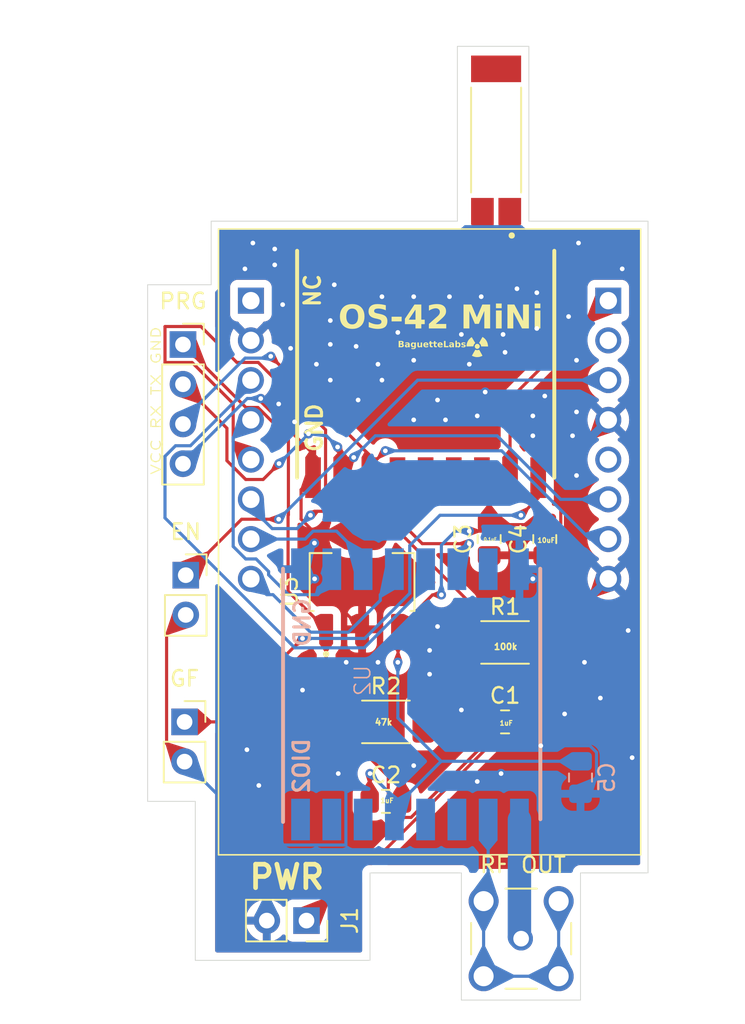
<source format=kicad_pcb>
(kicad_pcb (version 20221018) (generator pcbnew)
  (layers (0 "F.Cu" signal) (31 "B.Cu" signal) (34 "B.Paste" user) (35 "F.Paste" user) (36 "B.SilkS" user "B.Silkscreen") (37 "F.SilkS" user "F.Silkscreen") (38 "B.Mask" user) (39 "F.Mask" user) (44 "Edge.Cuts" user))
  (net 0 "")
  (net 1 "PWRIN_VCC")
  (net 2 "GND")
  (net 3 "VCC")
  (net 4 "Net-(U1-RF_IN)")
  (net 5 "ANTGND")
  (net 6 "SCK")
  (net 7 "MOSI")
  (net 8 "BATTREAD")
  (net 9 "RESET")
  (net 10 "MISO")
  (net 11 "NSS")
  (net 14 "PROG_EN")
  (net 16 "RXD")
  (net 17 "TXD")
  (net 18 "GPSFREEZE_1")
  (net 28 "DIO2")
  (net 29 "DIO1")
  (net 30 "DIO0")
  (net 33 "Net-(J5-PadG1)")
  (net 34 "Net-(U2-ANT)")
  (footprint "OS42-components:ESP32CAM" (layer "F.Cu") (at 138.684 107.696)
    (fp_text reference "IC1" hide)
    (fp_text value "ESP32-CAM" hide)
    (pad "1" thru_hole circle (at 0 0) (size 1.665 1.665) (drill 1.11) (layers "*.Cu" "*.Mask") (net 6 "SCK"))
    (pad "2" thru_hole circle (at 0 -2.54) (size 1.665 1.665) (drill 1.11) (layers "*.Cu" "*.Mask") (net 7 "MOSI"))
    (pad "3" thru_hole circle (at 0 -5.08) (size 1.665 1.665) (drill 1.11) (layers "*.Cu" "*.Mask") (net 8 "BATTREAD"))
    (pad "4" thru_hole circle (at 0 -7.62) (size 1.665 1.665) (drill 1.11) (layers "*.Cu" "*.Mask") (net 9 "RESET"))
    (pad "5" thru_hole circle (at 0 -10.16) (size 1.665 1.665) (drill 1.11) (layers "*.Cu" "*.Mask") (net 10 "MISO"))
    (pad "6" thru_hole circle (at 0 -12.7) (size 1.665 1.665) (drill 1.11) (layers "*.Cu" "*.Mask") (net 11 "NSS"))
    (pad "7" thru_hole circle (at 0 -15.24) (size 1.665 1.665) (drill 1.11) (layers "*.Cu" "*.Mask") (net 2 "GND"))
    (pad "8" thru_hole rect (at 0 -17.78) (size 1.665 1.665) (drill 1.11) (layers "*.Cu" "*.Mask"))
    (pad "9" thru_hole rect (at 22.86 -17.78) (size 1.665 1.665) (drill 1.11) (layers "*.Cu" "*.Mask") (net 3 "VCC"))
    (pad "10" thru_hole circle (at 22.86 -15.24) (size 1.665 1.665) (drill 1.11) (layers "*.Cu" "*.Mask"))
    (pad "11" thru_hole circle (at 22.86 -12.7) (size 1.665 1.665) (drill 1.11) (layers "*.Cu" "*.Mask") (net 14 "PROG_EN"))
    (pad "12" thru_hole circle (at 22.86 -10.16) (size 1.665 1.665) (drill 1.11) (layers "*.Cu" "*.Mask") (net 2 "GND"))
    (pad "13" thru_hole circle (at 22.86 -7.62) (size 1.665 1.665) (drill 1.11) (layers "*.Cu" "*.Mask"))
    (pad "14" thru_hole circle (at 22.86 -5.08) (size 1.665 1.665) (drill 1.11) (layers "*.Cu" "*.Mask") (net 16 "RXD"))
    (pad "15" thru_hole circle (at 22.86 -2.54) (size 1.665 1.665) (drill 1.11) (layers "*.Cu" "*.Mask") (net 17 "TXD"))
    (pad "16" thru_hole circle (at 22.86 0) (size 1.665 1.665) (drill 1.11) (layers "*.Cu" "*.Mask") (net 2 "GND"))
  )
  (footprint "OS42-components:GPS02" (layer "F.Cu") (at 149.86 93.98 90)
    (fp_text reference "U1" hide)
    (fp_text value "GPS02-UBX")
    (fp_text user "GND" (at -5.715 -7.112 90) (layer "F.SilkS") (effects (font (thickness 0.2)) (justify left)))
    (fp_text user "NC" (at 3.556 -7.239 90) (layer "F.SilkS") (effects (font (thickness 0.2)) (justify left)))
    (pad "1" smd rect (at -7.25 -7.2 90) (size 2.6 1) (layers "F.Cu" "F.Paste" "F.Mask") (net 2 "GND"))
    (pad "2" smd rect (at -7.25 -5.4 90) (size 2.6 1) (layers "F.Cu" "F.Paste" "F.Mask") (net 16 "RXD"))
    (pad "3" smd rect (at -7.25 -3.6 90) (size 2.6 1) (layers "F.Cu" "F.Paste" "F.Mask") (net 17 "TXD"))
    (pad "4" smd rect (at -7.25 -1.8 90) (size 2.6 1) (layers "F.Cu" "F.Paste" "F.Mask"))
    (pad "5" smd rect (at -7.25 0 90) (size 2.6 1) (layers "F.Cu" "F.Paste" "F.Mask"))
    (pad "6" smd rect (at -7.25 1.8 90) (size 2.6 1) (layers "F.Cu" "F.Paste" "F.Mask") (net 3 "VCC"))
    (pad "7" smd rect (at -7.25 3.6 90) (size 2.6 1) (layers "F.Cu" "F.Paste" "F.Mask") (net 3 "VCC"))
    (pad "8" smd rect (at -7.25 5.4 90) (size 2.6 1) (layers "F.Cu" "F.Paste" "F.Mask") (net 3 "VCC"))
    (pad "9" smd rect (at -7.25 7.2 90) (size 2.6 1) (layers "F.Cu" "F.Paste" "F.Mask") (net 18 "GPSFREEZE_1"))
    (pad "10" smd rect (at 7.25 7.2 90) (size 2.6 1) (layers "F.Cu" "F.Paste" "F.Mask") (net 5 "ANTGND"))
    (pad "11" smd rect (at 7.25 5.4 90) (size 2.6 1) (layers "F.Cu" "F.Paste" "F.Mask") (net 4 "Net-(U1-RF_IN)"))
    (pad "12" smd rect (at 7.25 3.6 90) (size 2.6 1) (layers "F.Cu" "F.Paste" "F.Mask") (net 5 "ANTGND"))
    (pad "13" smd rect (at 7.25 1.8 90) (size 2.6 1) (layers "F.Cu" "F.Paste" "F.Mask"))
    (pad "14" smd rect (at 7.25 0 90) (size 2.6 1) (layers "F.Cu" "F.Paste" "F.Mask"))
    (pad "15" smd rect (at 7.25 -1.8 90) (size 2.6 1) (layers "F.Cu" "F.Paste" "F.Mask"))
    (pad "16" smd rect (at 7.25 -3.6 90) (size 2.6 1) (layers "F.Cu" "F.Paste" "F.Mask"))
    (pad "17" smd rect (at 7.25 -5.4 90) (size 2.6 1) (layers "F.Cu" "F.Paste" "F.Mask"))
    (pad "18" smd rect (at 7.25 -7.2 90) (size 2.6 1) (layers "F.Cu" "F.Paste" "F.Mask"))
  )
  (footprint "OS42-components:XCVR_W3010" (layer "F.Cu") (at 154.3672 79.651 -90)
    (fp_text reference "E1" hide)
    (fp_text value "W3010")
    (pad "1" smd rect (at 4.55 -0.875) (size 1.45 1.7) (layers "F.Cu" "F.Paste" "F.Mask") (net 4 "Net-(U1-RF_IN)"))
    (pad "2" smd rect (at 4.55 0.875) (size 1.45 1.7) (layers "F.Cu" "F.Paste" "F.Mask") (net 5 "ANTGND"))
    (pad "3" smd rect (at -4.55 0) (size 3.2 1.7) (layers "F.Cu" "F.Paste" "F.Mask"))
    (zone (net 0) (net_name "") (layer "F.Cu") (connect_pads (clearance 0)) (min_thickness 0.01)
      (keepout (tracks not_allowed) (vias not_allowed) (pads not_allowed) (copperpour not_allowed) (footprints allowed))
      (fill (thermal_gap 0.508) (thermal_bridge_width 0.508))
      (polygon (pts (xy 158.6172 74.251) (xy 158.6172 85.051) (xy 155.9672 85.051) (xy 155.9672 83.351) (xy 154.5172 83.351) (xy 154.5172 85.051) (xy 154.2172 85.051) (xy 154.2172 83.351) (xy 152.7672 83.351) (xy 152.7672 85.051) (xy 152.3672 85.051) (xy 152.3672 74.251) (xy 152.7672 74.251) (xy 152.7672 75.951) (xy 155.9672 75.951) (xy 155.9672 74.251)))
    )
    (zone (net 0) (net_name "") (layer "B.Cu") (connect_pads (clearance 0)) (min_thickness 0.01)
      (keepout (tracks not_allowed) (vias not_allowed) (pads not_allowed) (copperpour not_allowed) (footprints allowed))
      (fill (thermal_gap 0.508) (thermal_bridge_width 0.508))
      (polygon (pts (xy 158.6172 74.251) (xy 158.6172 85.051) (xy 155.9672 85.051) (xy 155.9672 83.351) (xy 154.5172 83.351) (xy 154.5172 85.051) (xy 154.2172 85.051) (xy 154.2172 83.351) (xy 152.7672 83.351) (xy 152.7672 85.051) (xy 152.3672 85.051) (xy 152.3672 74.251) (xy 152.7672 74.251) (xy 152.7672 75.951) (xy 155.9672 75.951) (xy 155.9672 74.251)))
    )
  )
  (footprint "Capacitor_SMD:C_0805_2012Metric_Pad1.18x1.45mm_HandSolder" (layer "F.Cu") (at 154.94 116.84)
    (fp_text reference "C1" (at 0 -1.68) (layer "F.SilkS"))
    (fp_text value "C")
    (pad "1" smd roundrect (at -1.0375 0) (size 1.175 1.45) (layers "F.Cu" "F.Paste" "F.Mask") (roundrect_rratio 0.2127659574) (net 1 "PWRIN_VCC"))
    (pad "2" smd roundrect (at 1.0375 0) (size 1.175 1.45) (layers "F.Cu" "F.Paste" "F.Mask") (roundrect_rratio 0.2127659574) (net 2 "GND"))
  )
  (footprint "Capacitor_SMD:C_0805_2012Metric_Pad1.18x1.45mm_HandSolder" (layer "F.Cu") (at 153.924 105.156 90)
    (fp_text reference "C3" (at 0 -1.68 90) (layer "F.SilkS"))
    (fp_text value "0.1uF")
    (pad "1" smd roundrect (at -1.0375 0 90) (size 1.175 1.45) (layers "F.Cu" "F.Paste" "F.Mask") (roundrect_rratio 0.2127659574) (net 2 "GND"))
    (pad "2" smd roundrect (at 1.0375 0 90) (size 1.175 1.45) (layers "F.Cu" "F.Paste" "F.Mask") (roundrect_rratio 0.2127659574) (net 3 "VCC"))
  )
  (footprint "Connector_PinSocket_2.54mm:PinSocket_1x04_P2.54mm_Vertical" (layer "F.Cu") (at 134.3402 92.72)
    (fp_text reference "PRG" (at 0 -2.77) (layer "F.SilkS"))
    (fp_text value "PROG")
    (pad "1" thru_hole rect (at 0 0) (size 1.7 1.7) (drill 1) (layers "*.Cu" "*.Mask") (net 1 "PWRIN_VCC"))
    (pad "2" thru_hole oval (at 0 2.54) (size 1.7 1.7) (drill 1) (layers "*.Cu" "*.Mask") (net 16 "RXD"))
    (pad "3" thru_hole oval (at 0 5.08) (size 1.7 1.7) (drill 1) (layers "*.Cu" "*.Mask") (net 17 "TXD"))
    (pad "4" thru_hole oval (at 0 7.62) (size 1.7 1.7) (drill 1) (layers "*.Cu" "*.Mask") (net 2 "GND"))
  )
  (footprint "OS42-components:SOT230P700X180-4N" (layer "F.Cu") (at 145.796 107.8992 90)
    (fp_text reference "U3" (at -0.625 -4.635 90) (layer "F.SilkS"))
    (fp_text value "MCP1825S-3302E_DB" hide)
    (pad "1" smd roundrect (at -3.025 -2.3 90) (size 1.97 0.89) (layers "F.Cu" "F.Paste" "F.Mask") (roundrect_rratio 0.11) (net 1 "PWRIN_VCC"))
    (pad "2" smd roundrect (at -3.025 0 90) (size 1.97 0.89) (layers "F.Cu" "F.Paste" "F.Mask") (roundrect_rratio 0.11) (net 2 "GND"))
    (pad "3" smd roundrect (at -3.025 2.3 90) (size 1.97 0.89) (layers "F.Cu" "F.Paste" "F.Mask") (roundrect_rratio 0.11) (net 3 "VCC"))
    (pad "4" smd roundrect (at 3.025 0 90) (size 1.97 3.19) (layers "F.Cu" "F.Paste" "F.Mask") (roundrect_rratio 0.4) (net 2 "GND"))
  )
  (footprint "Resistor_SMD:R_2010_5025Metric_Pad1.40x2.65mm_HandSolder" (layer "F.Cu") (at 147.32 116.84)
    (fp_text reference "R2" (at 0 -2.28) (layer "F.SilkS"))
    (fp_text value "47k")
    (pad "1" smd roundrect (at -2.4 0) (size 1.4 2.65) (layers "F.Cu" "F.Paste" "F.Mask") (roundrect_rratio 0.1785707143) (net 2 "GND"))
    (pad "2" smd roundrect (at 2.4 0) (size 1.4 2.65) (layers "F.Cu" "F.Paste" "F.Mask") (roundrect_rratio 0.1785707143) (net 8 "BATTREAD"))
  )
  (footprint "LOGO" (layer "F.Cu") (at 153.162 92.837)
    (fp_text reference "G***" hide)
    (fp_text value "LOGO" hide)
  )
  (footprint "Resistor_SMD:R_2010_5025Metric_Pad1.40x2.65mm_HandSolder" (layer "F.Cu") (at 154.94 111.76)
    (fp_text reference "R1" (at 0 -2.28) (layer "F.SilkS"))
    (fp_text value "100k")
    (pad "1" smd roundrect (at -2.4 0) (size 1.4 2.65) (layers "F.Cu" "F.Paste" "F.Mask") (roundrect_rratio 0.1785707143) (net 8 "BATTREAD"))
    (pad "2" smd roundrect (at 2.4 0) (size 1.4 2.65) (layers "F.Cu" "F.Paste" "F.Mask") (roundrect_rratio 0.1785707143) (net 1 "PWRIN_VCC"))
  )
  (footprint "Capacitor_SMD:C_0805_2012Metric_Pad1.18x1.45mm_HandSolder" (layer "F.Cu") (at 157.48 105.156 90)
    (fp_text reference "C4" (at 0 -1.68 90) (layer "F.SilkS"))
    (fp_text value "10uF")
    (pad "1" smd roundrect (at -1.0375 0 90) (size 1.175 1.45) (layers "F.Cu" "F.Paste" "F.Mask") (roundrect_rratio 0.2127659574) (net 2 "GND"))
    (pad "2" smd roundrect (at 1.0375 0 90) (size 1.175 1.45) (layers "F.Cu" "F.Paste" "F.Mask") (roundrect_rratio 0.2127659574) (net 3 "VCC"))
  )
  (footprint "OS42-components:LPRS_SMA_CONNECTOR" (layer "F.Cu") (at 155.969 130.696)
    (fp_text reference "RF OUT" (at 0.114 -4.712) (layer "F.SilkS"))
    (fp_text value "SMA_CONNECTOR")
    (pad "1" thru_hole circle (at 0 0) (size 1.508 1.508) (drill 1) (layers "*.Cu" "*.Mask") (net 34 "Net-(U2-ANT)"))
    (pad "G1" thru_hole circle (at -2.4 -2.4) (size 1.92 1.92) (drill 1.28) (layers "*.Cu" "*.Mask") (net 33 "Net-(J5-PadG1)"))
    (pad "G2" thru_hole circle (at -2.4 2.4) (size 1.92 1.92) (drill 1.28) (layers "*.Cu" "*.Mask") (net 33 "Net-(J5-PadG1)"))
    (pad "G3" thru_hole circle (at 2.4 2.4) (size 1.92 1.92) (drill 1.28) (layers "*.Cu" "*.Mask") (net 33 "Net-(J5-PadG1)"))
    (pad "G4" thru_hole circle (at 2.4 -2.4) (size 1.92 1.92) (drill 1.28) (layers "*.Cu" "*.Mask") (net 33 "Net-(J5-PadG1)"))
  )
  (footprint "Connector_PinSocket_2.54mm:PinSocket_1x02_P2.54mm_Vertical" (layer "F.Cu") (at 134.4422 116.84)
    (fp_text reference "GF" (at 0 -2.77) (layer "F.SilkS"))
    (fp_text value "GPSFREEZE")
    (pad "1" thru_hole rect (at 0 0) (size 1.7 1.7) (drill 1) (layers "*.Cu" "*.Mask") (net 18 "GPSFREEZE_1"))
    (pad "2" thru_hole oval (at 0 2.54) (size 1.7 1.7) (drill 1) (layers "*.Cu" "*.Mask") (net 2 "GND"))
  )
  (footprint "Connector_PinSocket_2.54mm:PinSocket_1x02_P2.54mm_Vertical" (layer "F.Cu") (at 134.518 107.462)
    (fp_text reference "EN" (at 0 -2.77) (layer "F.SilkS"))
    (fp_text value "PROG_EN")
    (pad "1" thru_hole rect (at 0 0) (size 1.7 1.7) (drill 1) (layers "*.Cu" "*.Mask") (net 14 "PROG_EN"))
    (pad "2" thru_hole oval (at 0 2.54) (size 1.7 1.7) (drill 1) (layers "*.Cu" "*.Mask") (net 2 "GND"))
  )
  (footprint "Capacitor_SMD:C_0805_2012Metric_Pad1.18x1.45mm_HandSolder" (layer "F.Cu") (at 147.32 121.92)
    (fp_text reference "C2" (at 0 -1.68) (layer "F.SilkS"))
    (fp_text value "C")
    (pad "1" smd roundrect (at -1.0375 0) (size 1.175 1.45) (layers "F.Cu" "F.Paste" "F.Mask") (roundrect_rratio 0.2127659574) (net 3 "VCC"))
    (pad "2" smd roundrect (at 1.0375 0) (size 1.175 1.45) (layers "F.Cu" "F.Paste" "F.Mask") (roundrect_rratio 0.2127659574) (net 2 "GND"))
  )
  (footprint "Connector_PinSocket_2.54mm:PinSocket_1x02_P2.54mm_Vertical" (layer "F.Cu") (at 142.24 129.54 -90)
    (fp_text reference "J1" (at 0 -2.77 90) (layer "F.SilkS"))
    (fp_text value "PWRIN")
    (pad "1" thru_hole rect (at 0 0 270) (size 1.7 1.7) (drill 1) (layers "*.Cu" "*.Mask") (net 1 "PWRIN_VCC"))
    (pad "2" thru_hole oval (at 0 2.54 270) (size 1.7 1.7) (drill 1) (layers "*.Cu" "*.Mask") (net 2 "GND"))
  )
  (footprint "OS42-components:LoRa1278" (layer "B.Cu") (at 146.33 114.2 -90)
    (fp_text reference "U2" (at 0 0.5 90 unlocked) (layer "B.SilkS") (effects (font (thickness 0.1)) (justify mirror)))
    (fp_text value "~")
    (fp_text user "GND" (at -5.37 4.36 90) (layer "B.SilkS") (effects (font (thickness 0.2)) (justify left mirror)))
    (fp_text user "DIO2" (at 3.59 4.41 90) (layer "B.SilkS") (effects (font (thickness 0.2)) (justify left mirror)))
    (pad "1" smd rect (at -7.12 4.47 270) (size 2.66 1.2) (layers "B.Cu" "B.Paste" "B.Mask") (net 2 "GND"))
    (pad "2" smd rect (at -7.12 2.47 270) (size 2.66 1.2) (layers "B.Cu" "B.Paste" "B.Mask") (net 10 "MISO"))
    (pad "3" smd rect (at -7.12 0.47 270) (size 2.66 1.2) (layers "B.Cu" "B.Paste" "B.Mask") (net 7 "MOSI"))
    (pad "4" smd rect (at -7.12 -1.53 270) (size 2.66 1.2) (layers "B.Cu" "B.Paste" "B.Mask") (net 6 "SCK"))
    (pad "5" smd rect (at -7.12 -3.53 270) (size 2.66 1.2) (layers "B.Cu" "B.Paste" "B.Mask") (net 11 "NSS"))
    (pad "6" smd rect (at -7.12 -5.53 270) (size 2.66 1.2) (layers "B.Cu" "B.Paste" "B.Mask") (net 9 "RESET"))
    (pad "7" smd rect (at -7.12 -7.53 270) (size 2.66 1.2) (layers "B.Cu" "B.Paste" "B.Mask"))
    (pad "8" smd rect (at -7.12 -9.53 270) (size 2.66 1.2) (layers "B.Cu" "B.Paste" "B.Mask") (net 2 "GND"))
    (pad "9" smd rect (at 8.88 4.47 270) (size 2.66 1.2) (layers "B.Cu" "B.Paste" "B.Mask") (net 28 "DIO2"))
    (pad "10" smd rect (at 8.88 2.47 270) (size 2.66 1.2) (layers "B.Cu" "B.Paste" "B.Mask") (net 29 "DIO1"))
    (pad "11" smd rect (at 8.88 0.47 270) (size 2.66 1.2) (layers "B.Cu" "B.Paste" "B.Mask") (net 30 "DIO0"))
    (pad "12" smd rect (at 8.88 -1.53 270) (size 2.66 1.2) (layers "B.Cu" "B.Paste" "B.Mask") (net 3 "VCC"))
    (pad "13" smd rect (at 8.88 -3.53 270) (size 2.66 1.2) (layers "B.Cu" "B.Paste" "B.Mask"))
    (pad "14" smd rect (at 8.88 -5.53 270) (size 2.66 1.2) (layers "B.Cu" "B.Paste" "B.Mask"))
    (pad "15" smd rect (at 8.88 -7.53 270) (size 2.66 1.2) (layers "B.Cu" "B.Paste" "B.Mask") (net 33 "Net-(J5-PadG1)"))
    (pad "16" smd rect (at 8.88 -9.53 270) (size 2.66 1.2) (layers "B.Cu" "B.Paste" "B.Mask") (net 34 "Net-(U2-ANT)"))
  )
  (footprint "Capacitor_SMD:C_0805_2012Metric_Pad1.18x1.45mm_HandSolder" (layer "B.Cu") (at 159.766 120.396 90)
    (fp_text reference "C5" (at 0 1.68 90) (layer "B.SilkS") (effects (justify mirror)))
    (fp_text value "0.1uF")
    (pad "1" smd roundrect (at -1.0375 0 90) (size 1.175 1.45) (layers "B.Cu" "B.Paste" "B.Mask") (roundrect_rratio 0.2127659574) (net 2 "GND"))
    (pad "2" smd roundrect (at 1.0375 0 90) (size 1.175 1.45) (layers "B.Cu" "B.Paste" "B.Mask") (roundrect_rratio 0.2127659574) (net 3 "VCC"))
  )
  (gr_line (start 136.144 84.836) (end 151.892 84.836) (stroke (width 0.05)) (layer "Edge.Cuts"))
  (gr_line (start 146.304 126.492) (end 146.304 132.08) (stroke (width 0.05)) (layer "Edge.Cuts"))
  (gr_line (start 152.146 134.62) (end 159.766 134.62) (stroke (width 0.05)) (layer "Edge.Cuts"))
  (gr_line (start 132.08 88.9) (end 136.144 88.9) (stroke (width 0.05)) (layer "Edge.Cuts"))
  (gr_line (start 136.144 88.9) (end 136.144 84.836) (stroke (width 0.05)) (layer "Edge.Cuts"))
  (gr_line (start 152.146 126.492) (end 152.146 134.62) (stroke (width 0.05)) (layer "Edge.Cuts"))
  (gr_line (start 135.128 132.08) (end 135.128 121.92) (stroke (width 0.05)) (layer "Edge.Cuts"))
  (gr_line (start 164.084 84.836) (end 164.084 107.188) (stroke (width 0.05)) (layer "Edge.Cuts"))
  (gr_line (start 156.464 73.66) (end 156.464 84.836) (stroke (width 0.05)) (layer "Edge.Cuts"))
  (gr_line (start 151.892 84.836) (end 151.892 73.66) (stroke (width 0.05)) (layer "Edge.Cuts"))
  (gr_line (start 146.304 126.492) (end 152.146 126.492) (stroke (width 0.05)) (layer "Edge.Cuts"))
  (gr_line (start 159.766 126.492) (end 164.084 126.492) (stroke (width 0.05)) (layer "Edge.Cuts"))
  (gr_line (start 135.128 121.92) (end 132.08 121.92) (stroke (width 0.05)) (layer "Edge.Cuts"))
  (gr_line (start 132.08 121.92) (end 132.08 88.9) (stroke (width 0.05)) (layer "Edge.Cuts"))
  (gr_line (start 146.304 132.08) (end 135.128 132.08) (stroke (width 0.05)) (layer "Edge.Cuts"))
  (gr_line (start 151.892 73.66) (end 156.464 73.66) (stroke (width 0.05)) (layer "Edge.Cuts"))
  (gr_line (start 164.084 107.188) (end 164.084 126.492) (stroke (width 0.05)) (layer "Edge.Cuts"))
  (gr_line (start 156.464 84.836) (end 164.084 84.836) (stroke (width 0.05)) (layer "Edge.Cuts"))
  (gr_line (start 159.766 134.62) (end 159.766 126.492) (stroke (width 0.05)) (layer "Edge.Cuts"))
  (gr_text "VCC RX TX GND" (at 132.969 101.092 90) (layer "F.SilkS") (effects (font (size 0.6 0.8) (thickness 0.075) bold) (justify left bottom)))
  (gr_text "1uF" (at 146.939 122.047) (layer "F.SilkS") (effects (font (size 0.3 0.3) (thickness 0.075) bold) (justify left bottom)))
  (gr_text "0.1uF\n" (at 153.543 105.283) (layer "F.SilkS") (effects (font (size 0.2 0.2) (thickness 0.05) bold) (justify left bottom)))
  (gr_text "100k" (at 154.178 112.268) (layer "F.SilkS") (effects (font (size 0.4 0.4) (thickness 0.1) bold) (justify left bottom)))
  (gr_text "PWR" (at 138.43 127.635) (layer "F.SilkS") (effects (font (size 1.5 1.5) (thickness 0.3) bold) (justify left bottom)))
  (gr_text "47k\n" (at 146.558 117.094) (layer "F.SilkS") (effects (font (size 0.4 0.4) (thickness 0.1) bold) (justify left bottom)))
  (gr_text "OS-42 MiNi" (at 144.272 91.948) (layer "F.SilkS") (effects (font (size 1.5 1.5) (thickness 0.3) bold) (justify left bottom)))
  (gr_text "10uF\n" (at 156.972 105.41) (layer "F.SilkS") (effects (font (size 0.3 0.3) (thickness 0.075) bold) (justify left bottom)))
  (gr_text "1uF" (at 154.559 117.094) (layer "F.SilkS") (effects (font (size 0.3 0.3) (thickness 0.075) bold) (justify left bottom)))
  (gr_text "BaguetteLabs" (at 148.082 92.964) (layer "F.SilkS") (effects (font (size 0.4 0.4) (thickness 0.1) bold) (justify left bottom)))
  (segment (start 145.604744 118.465) (end 144.235256 118.465) (width 0.2) (layer "F.Cu") (net 1))
  (segment (start 153.9025 117.972244) (end 148.929744 122.945) (width 0.2) (layer "F.Cu") (net 1))
  (segment (start 153.9025 115.1975) (end 157.34 111.76) (width 0.2) (layer "F.Cu") (net 1))
  (segment (start 145.888 125.892) (end 146.396 125.892) (width 0.2) (layer "F.Cu") (net 1))
  (segment (start 138.3627 96.7425) (end 139.134097 96.7425) (width 0.2) (layer "F.Cu") (net 1))
  (segment (start 146.396 125.892) (end 153.9025 118.3855) (width 0.2) (layer "F.Cu") (net 1))
  (segment (start 147.785256 122.945) (end 147.47 122.629744) (width 0.2) (layer "F.Cu") (net 1))
  (segment (start 141.062 103.637471) (end 141.083798 103.615673) (width 0.2) (layer "F.Cu") (net 1))
  (segment (start 143.496 110.9242) (end 141.062 108.4902) (width 0.2) (layer "F.Cu") (net 1))
  (segment (start 142.24 129.54) (end 145.888 125.892) (width 0.2) (layer "F.Cu") (net 1))
  (segment (start 134.3402 92.72) (end 138.3627 96.7425) (width 0.2) (layer "F.Cu") (net 1))
  (segment (start 141.083798 103.615673) (end 141.083798 98.692202) (width 0.2) (layer "F.Cu") (net 1))
  (segment (start 153.9025 118.3855) (end 153.9025 116.84) (width 0.2) (layer "F.Cu") (net 1))
  (segment (start 147.47 122.629744) (end 147.47 120.330256) (width 0.2) (layer "F.Cu") (net 1))
  (segment (start 139.134097 96.7425) (end 141.083798 98.692202) (width 0.2) (layer "F.Cu") (net 1))
  (segment (start 147.47 120.330256) (end 145.604744 118.465) (width 0.2) (layer "F.Cu") (net 1))
  (segment (start 144.235256 118.465) (end 143.496 117.725744) (width 0.2) (layer "F.Cu") (net 1))
  (segment (start 143.496 117.725744) (end 143.496 110.9242) (width 0.2) (layer "F.Cu") (net 1))
  (segment (start 153.9025 116.84) (end 153.9025 115.1975) (width 0.2) (layer "F.Cu") (net 1))
  (segment (start 141.062 108.4902) (end 141.062 103.637471) (width 0.2) (layer "F.Cu") (net 1))
  (segment (start 153.9025 116.84) (end 153.9025 117.972244) (width 0.2) (layer "F.Cu") (net 1))
  (segment (start 148.929744 122.945) (end 147.785256 122.945) (width 0.2) (layer "F.Cu") (net 1))
  (segment (start 153.330256 113.46) (end 156.655256 110.135) (width 0.2) (layer "F.Cu") (net 2))
  (segment (start 149.098 119.634) (end 148.3575 120.3745) (width 0.2) (layer "F.Cu") (net 2))
  (segment (start 134.518 110.002) (end 133.2922 111.2278) (width 0.2) (layer "F.Cu") (net 2))
  (segment (start 141.894 103.880529) (end 141.894 101.996) (width 0.2) (layer "F.Cu") (net 2))
  (segment (start 156.655256 110.135) (end 158.024744 110.135) (width 0.2) (layer "F.Cu") (net 2))
  (segment (start 142.759998 107.888198) (end 142.759998 107.696) (width 0.2) (layer "F.Cu") (net 2))
  (segment (start 158.34 110.450256) (end 158.34 114.4775) (width 0.2) (layer "F.Cu") (net 2))
  (segment (start 139.223283 96.266) (end 139.223283 96.260511) (width 0.2) (layer "F.Cu") (net 2))
  (segment (start 133.2922 111.2278) (end 133.2922 118.23) (width 0.2) (layer "F.Cu") (net 2))
  (segment (start 157.226 107.696) (end 157.48 107.95) (width 0.2) (layer "F.Cu") (net 2))
  (segment (start 145.796 110.9242) (end 145.796 115.964) (width 0.2) (layer "F.Cu") (net 2))
  (segment (start 133.2922 118.23) (end 134.4422 119.38) (width 0.2) (layer "F.Cu") (net 2))
  (segment (start 158.505 100.575) (end 161.544 97.536) (width 0.2) (layer "F.Cu") (net 2))
  (segment (start 157.226 118.0885) (end 155.9775 116.84) (width 0.2) (layer "F.Cu") (net 2))
  (segment (start 148.3575 121.92) (end 148.3575 120.2775) (width 0.2) (layer "F.Cu") (net 2))
  (segment (start 145.796 115.964) (end 144.92 116.84) (width 0.2) (layer "F.Cu") (net 2))
  (segment (start 149.511256 119.634) (end 153.330256 115.815) (width 0.2) (layer "F.Cu") (net 2))
  (segment (start 141.894 101.996) (end 142.66 101.23) (width 0.2) (layer "F.Cu") (net 2))
  (segment (start 148.3575 120.3745) (end 148.3575 121.92) (width 0.2) (layer "F.Cu") (net 2))
  (segment (start 157.48 107.95) (end 157.48 106.1935) (width 0.2) (layer "F.Cu") (net 2))
  (segment (start 145.796 110.9242) (end 142.759998 107.888198) (width 0.2) (layer "F.Cu") (net 2))
  (segment (start 153.330256 115.815) (end 153.330256 113.46) (width 0.2) (layer "F.Cu") (net 2))
  (segment (start 143.2838 104.8742) (end 145.796 104.8742) (width 0.2) (layer "F.Cu") (net 2))
  (segment (start 158.34 110.450256) (end 158.789744 110.450256) (width 0.2) (layer "F.Cu") (net 2))
  (segment (start 156.655256 110.135) (end 157.48 109.310256) (width 0.2) (layer "F.Cu") (net 2))
  (segment (start 158.505 105.1685) (end 158.505 100.575) (width 0.2) (layer "F.Cu") (net 2))
  (segment (start 157.48 109.310256) (end 157.48 107.95) (width 0.2) (layer "F.Cu") (net 2))
  (segment (start 157.48 106.1935) (end 158.505 105.1685) (width 0.2) (layer "F.Cu") (net 2))
  (segment (start 158.024744 110.135) (end 158.34 110.450256) (width 0.2) (layer "F.Cu") (net 2))
  (segment (start 145.796 104.8742) (end 142.887671 104.8742) (width 0.2) (layer "F.Cu") (net 2))
  (segment (start 156.655256 110.135) (end 153.924 107.403744) (width 0.2) (layer "F.Cu") (net 2))
  (segment (start 153.924 107.403744) (end 153.924 106.1935) (width 0.2) (layer "F.Cu") (net 2))
  (segment (start 148.3575 120.2775) (end 144.92 116.84) (width 0.2) (layer "F.Cu") (net 2))
  (segment (start 139.223283 96.260511) (end 139.313201 96.170593) (width 0.2) (layer "F.Cu") (net 2))
  (segment (start 142.66 99.702717) (end 139.223283 96.266) (width 0.2) (layer "F.Cu") (net 2))
  (segment (start 158.789744 110.450256) (end 161.544 107.696) (width 0.2) (layer "F.Cu") (net 2))
  (segment (start 157.226 118.364) (end 157.226 118.0885) (width 0.2) (layer "F.Cu") (net 2))
  (segment (start 149.098 119.634) (end 149.511256 119.634) (width 0.2) (layer "F.Cu") (net 2))
  (segment (start 142.748 105.41) (end 143.2838 104.8742) (width 0.2) (layer "F.Cu") (net 2))
  (segment (start 142.887671 104.8742) (end 141.894 103.880529) (width 0.2) (layer "F.Cu") (net 2))
  (segment (start 156.718 107.696) (end 157.226 107.696) (width 0.2) (layer "F.Cu") (net 2))
  (segment (start 142.66 101.23) (end 142.66 99.702717) (width 0.2) (layer "F.Cu") (net 2))
  (segment (start 158.34 114.4775) (end 155.9775 116.84) (width 0.2) (layer "F.Cu") (net 2))
  (via (at 141.478 97.663) (size 0.6) (drill 0.3) (layers "F.Cu" "B.Cu") (net 2))
  (via (at 152.654 93.98) (size 0.6) (drill 0.3) (layers "F.Cu" "B.Cu") (net 2))
  (via (at 146.812 113.03) (size 0.6) (drill 0.3) (layers "F.Cu" "B.Cu") (net 2))
  (via (at 157.226 118.364) (size 0.6) (drill 0.3) (layers "F.Cu" "B.Cu") (net 2))
  (via (at 146.812 93.98) (size 0.6) (drill 0.3) (layers "F.Cu" "B.Cu") (net 2))
  (via (at 145.415 92.837) (size 0.6) (drill 0.3) (layers "F.Cu" "B.Cu") (net 2))
  (via (at 138.43 118.618) (size 0.6) (drill 0.3) (layers "F.Cu" "B.Cu") (net 2))
  (via (at 152.146 92.075) (size 0.6) (drill 0.3) (layers "F.Cu" "B.Cu") (net 2))
  (via (at 153.162 120.65) (size 0.6) (drill 0.3) (layers "F.Cu" "B.Cu") (net 2))
  (via (at 149.098 119.634) (size 0.6) (drill 0.3) (layers "F.Cu" "B.Cu") (net 2))
  (via (at 156.718 97.282) (size 0.6) (drill 0.3) (layers "F.Cu" "B.Cu") (net 2))
  (via (at 144.272 120.142) (size 0.6) (drill 0.3) (layers "F.Cu" "B.Cu") (net 2))
  (via (at 153.67 95.758) (size 0.6) (drill 0.3) (layers "F.Cu" "B.Cu") (net 2))
  (via (at 159.512 97.028) (size 0.6) (drill 0.3) (layers "F.Cu" "B.Cu") (net 2))
  (via (at 138.303 87.884) (size 0.6) (drill 0.3) (layers "F.Cu" "B.Cu") (net 2))
  (via (at 142.875 93.98) (size 0.6) (drill 0.3) (layers "F.Cu" "B.Cu") (net 2))
  (via (at 159.512 101.092) (size 0.6) (drill 0.3) (layers "F.Cu" "B.Cu") (net 2))
  (via (at 162.814 110.998) (size 0.6) (drill 0.3) (layers "F.Cu" "B.Cu") (net 2))
  (via (at 152.146 116.078) (size 0.6) (drill 0.3) (layers "F.Cu" "B.Cu") (net 2))
  (via (at 155.702 89.154) (size 0.6) (drill 0.3) (layers "F.Cu" "B.Cu") (net 2))
  (via (at 141.224 92.964) (size 0.6) (drill 0.3) (layers "F.Cu" "B.Cu") (net 2))
  (via (at 143.764 92.71) (size 0.6) (drill 0.3) (layers "F.Cu" "B.Cu") (net 2))
  (via (at 149.098 93.726) (size 0.6) (drill 0.3) (layers "F.Cu" "B.Cu") (net 2))
  (via (at 151.384 89.662) (size 0.6) (drill 0.3) (layers "F.Cu" "B.Cu") (net 2))
  (via (at 141.986 114.808) (size 0.6) (drill 0.3) (layers "F.Cu" "B.Cu") (net 2))
  (via (at 156.718 107.696) (size 0.6) (drill 0.3) (layers "F.Cu" "B.Cu") (net 2))
  (via (at 140.462 96.52) (size 0.6) (drill 0.3) (layers "F.Cu" "B.Cu") (net 2))
  (via (at 154.94 93.218) (size 0.6) (drill 0.3) (layers "F.Cu" "B.Cu") (net 2))
  (via (at 147.066 94.996) (size 0.6) (drill 0.3) (layers "F.Cu" "B.Cu") (net 2))
  (via (at 142.759998 107.696) (size 0.6) (drill 0.3) (layers "F.Cu" "B.Cu") (net 2))
  (via (at 159.512 93.726) (size 0.6) (drill 0.3) (layers "F.Cu" "B.Cu") (net 2))
  (via (at 150.114 113.792) (size 0.6) (drill 0.3) (layers "F.Cu" "B.Cu") (net 2))
  (via (at 159.639 86.233) (size 0.6) (drill 0.3) (layers "F.Cu" "B.Cu") (net 2))
  (via (at 142.748 105.41) (size 0.6) (drill 0.3) (layers "F.Cu" "B.Cu") (net 2))
  (via (at 159.258 98.552) (size 0.6) (drill 0.3) (layers "F.Cu" "B.Cu") (net 2))
  (via (at 156.718 98.552) (size 0.6) (drill 0.3) (layers "F.Cu" "B.Cu") (net 2))
  (via (at 144.018 88.9) (size 0.6) (drill 0.3) (layers "F.Cu" "B.Cu") (net 2))
  (via (at 149.098 97.536) (size 0.6) (drill 0.3) (layers "F.Cu" "B.Cu") (net 2))
  (via (at 140.716 90.17) (size 0.6) (drill 0.3) (layers "F.Cu" "B.Cu") (net 2))
  (via (at 139.192 120.904) (size 0.6) (drill 0.3) (layers "F.Cu" "B.Cu") (net 2))
  (via (at 151.13 97.536) (size 0.6) (drill 0.3) (layers "F.Cu" "B.Cu") (net 2))
  (via (at 138.811 86.233) (size 0.6) (drill 0.3) (layers "F.Cu" "B.Cu") (net 2))
  (via (at 143.764 91.186) (size 0.6) (drill 0.3) (layers "F.Cu" "B.Cu") (net 2))
  (via (at 148.082 91.948) (size 0.6) (drill 0.3) (layers "F.Cu" "B.Cu") (net 2))
  (via (at 160.02 113.03) (size 0.6) (drill 0.3) (layers "F.Cu" "B.Cu") (net 2))
  (via (at 162.433 87.884) (size 0.6) (drill 0.3) (layers "F.Cu" "B.Cu") (net 2))
  (via (at 157.48 96.012) (size 0.6) (drill 0.3) (layers "F.Cu" "B.Cu") (net 2))
  (via (at 153.162 97.282) (size 0.6) (drill 0.3) (layers "F.Cu" "B.Cu") (net 2))
  (via (at 150.622 110.744) (size 0.6) (drill 0.3) (layers "F.Cu" "B.Cu") (net 2))
  (via (at 156.972 91.694) (size 0.6) (drill 0.3) (layers "F.Cu" "B.Cu") (net 2))
  (via (at 150.622 96.266) (size 0.6) (drill 0.3) (layers "F.Cu" "B.Cu") (net 2))
  (via (at 153.416 89.662) (size 0.6) (drill 0.3) (layers "F.Cu" "B.Cu") (net 2))
  (via (at 145.542 96.266) (size 0.6) (drill 0.3) (layers "F.Cu" "B.Cu") (net 2))
  (via (at 163.068 119.126) (size 0.6) (drill 0.3) (layers "F.Cu" "B.Cu") (net 2))
  (via (at 139.313201 96.170593) (size 0.6) (drill 0.3) (layers "F.Cu" "B.Cu") (net 2))
  (via (at 143.764 94.996) (size 0.6) (drill 0.3) (layers "F.Cu" "B.Cu") (net 2))
  (via (at 147.066 89.662) (size 0.6) (drill 0.3) (layers "F.Cu" "B.Cu") (net 2))
  (via (at 154.686 120.142) (size 0.6) (drill 0.3) (layers "F.Cu" "B.Cu") (net 2))
  (via (at 159.004 90.932) (size 0.6) (drill 0.3) (layers "F.Cu" "B.Cu") (net 2))
  (via (at 154.813 92.075) (size 0.6) (drill 0.3) (layers "F.Cu" "B.Cu") (net 2))
  (via (at 161.036 115.316) (size 0.6) (drill 0.3) (layers "F.Cu" "B.Cu") (net 2))
  (via (at 144.78 113.03) (size 0.6) (drill 0.3) (layers "F.Cu" "B.Cu") (net 2))
  (via (at 150.114 112.268) (size 0.6) (drill 0.3) (layers "F.Cu" "B.Cu") (net 2))
  (via (at 149.098 89.662) (size 0.6) (drill 0.3) (layers "F.Cu" "B.Cu") (net 2))
  (via (at 140.208 86.614) (size 0.6) (drill 0.3) (layers "F.Cu" "B.Cu") (net 2))
  (via (at 158.75 116.332) (size 0.6) (drill 0.3) (layers "F.Cu" "B.Cu") (net 2))
  (via (at 156.972 89.408) (size 0.6) (drill 0.3) (layers "F.Cu" "B.Cu") (net 2))
  (via (at 140.208 87.63) (size 0.6) (drill 0.3) (layers "F.Cu" "B.Cu") (net 2))
  (segment (start 160.368744 118.364) (end 157.226 118.364) (width 0.2) (layer "B.Cu") (net 2))
  (segment (start 142.759998 107.696) (end 142.476 107.696) (width 0.2) (layer "B.Cu") (net 2))
  (segment (start 144.76 120.329471) (end 145.963471 119.126) (width 0.2) (layer "B.Cu") (net 2))
  (segment (start 141.86 107.08) (end 141.86 106.298) (width 0.2) (layer "B.Cu") (net 2))
  (segment (start 139.313201 96.170593) (end 138.44781 96.170593) (width 0.2) (layer "B.Cu") (net 2))
  (segment (start 160.791 120.4085) (end 160.791 118.786256) (width 0.2) (layer "B.Cu") (net 2))
  (segment (start 134.3402 100.278203) (end 134.3402 100.34) (width 0.2) (layer "B.Cu") (net 2))
  (segment (start 141.86 106.298) (end 142.748 105.41) (width 0.2) (layer "B.Cu") (net 2))
  (segment (start 139.7722 124.71) (end 144.76 124.71) (width 0.2) (layer "B.Cu") (net 2))
  (segment (start 138.44781 96.170593) (end 134.3402 100.278203) (width 0.2) (layer "B.Cu") (net 2))
  (segment (start 148.59 119.126) (end 149.098 119.634) (width 0.2) (layer "B.Cu") (net 2))
  (segment (start 142.476 107.696) (end 141.86 107.08) (width 0.2) (layer "B.Cu") (net 2))
  (segment (start 139.7 124.6378) (end 139.7722 124.71) (width 0.2) (layer "B.Cu") (net 2))
  (segment (start 139.7 129.54) (end 139.7 124.6378) (width 0.2) (layer "B.Cu") (net 2))
  (segment (start 144.76 124.71) (end 144.76 120.329471) (width 0.2) (layer "B.Cu") (net 2))
  (segment (start 160.791 118.786256) (end 160.368744 118.364) (width 0.2) (layer "B.Cu") (net 2))
  (segment (start 155.86 107.08) (end 156.102 107.08) (width 0.2) (layer "B.Cu") (net 2))
  (segment (start 156.102 107.08) (end 156.718 107.696) (width 0.2) (layer "B.Cu") (net 2))
  (segment (start 139.7 124.6378) (end 134.4422 119.38) (width 0.2) (layer "B.Cu") (net 2))
  (segment (start 145.963471 119.126) (end 148.59 119.126) (width 0.2) (layer "B.Cu") (net 2))
  (segment (start 159.766 121.4335) (end 160.791 120.4085) (width 0.2) (layer "B.Cu") (net 2))
  (segment (start 153.924 104.1185) (end 153.924 101.694) (width 0.2) (layer "F.Cu") (net 3))
  (segment (start 157.3665 104.232) (end 154.0375 104.232) (width 0.2) (layer "F.Cu") (net 3))
  (segment (start 157.48 104.1185) (end 157.3665 104.232) (width 0.2) (layer "F.Cu") (net 3))
  (segment (start 153.3945 104.648) (end 153.924 104.1185) (width 0.2) (layer "F.Cu") (net 3))
  (segment (start 148.082 113.03) (end 148.096 113.016) (width 0.2) (layer "F.Cu") (net 3))
  (segment (start 153.924 101.694) (end 153.46 101.23) (width 0.2) (layer "F.Cu") (net 3))
  (segment (start 148.096 113.016) (end 148.096 110.9242) (width 0.2) (layer "F.Cu") (net 3))
  (segment (start 148.096 110.9242) (end 150.301108 108.719092) (width 0.2) (layer "F.Cu") (net 3))
  (segment (start 152.654 104.648) (end 153.3945 104.648) (width 0.2) (layer "F.Cu") (net 3))
  (segment (start 153.46 101.23) (end 155.26 101.23) (width 0.2) (layer "F.Cu") (net 3))
  (segment (start 155.26 101.23) (end 155.26 96.2) (width 0.2) (layer "F.Cu") (net 3))
  (segment (start 150.301108 108.719092) (end 150.866982 108.719092) (width 0.2) (layer "F.Cu") (net 3))
  (segment (start 154.0375 104.232) (end 153.924 104.1185) (width 0.2) (layer "F.Cu") (net 3))
  (segment (start 155.26 96.2) (end 161.544 89.916) (width 0.2) (layer "F.Cu") (net 3))
  (segment (start 146.2825 120.1205) (end 146.304 120.142) (width 0.2) (layer "F.Cu") (net 3))
  (segment (start 146.2825 120.1205) (end 146.2825 121.92) (width 0.2) (layer "F.Cu") (net 3))
  (via (at 146.304 120.142) (size 0.6) (drill 0.3) (layers "F.Cu" "B.Cu") (net 3))
  (via (at 148.082 113.03) (size 0.6) (drill 0.3) (layers "F.Cu" "B.Cu") (net 3))
  (via (at 150.866982 108.719092) (size 0.6) (drill 0.3) (layers "F.Cu" "B.Cu") (net 3))
  (via (at 152.654 104.648) (size 0.6) (drill 0.3) (layers "F.Cu" "B.Cu") (net 3))
  (segment (start 147.86 123.08) (end 147.86 122.35) (width 0.2) (layer "B.Cu") (net 3))
  (segment (start 147.86 121.698) (end 147.86 123.08) (width 0.2) (layer "B.Cu") (net 3))
  (segment (start 146.304 120.142) (end 147.86 121.698) (width 0.2) (layer "B.Cu") (net 3))
  (segment (start 150.8515 119.3585) (end 159.766 119.3585) (width 0.2) (layer "B.Cu") (net 3))
  (segment (start 150.866982 108.719092) (end 150.866982 105.543018) (width 0.2) (layer "B.Cu") (net 3))
  (segment (start 150.866982 105.543018) (end 151.762 104.648) (width 0.2) (layer "B.Cu") (net 3))
  (segment (start 150.8515 119.3585) (end 148.082 116.589) (width 0.2) (layer "B.Cu") (net 3))
  (segment (start 147.86 122.35) (end 150.8515 119.3585) (width 0.2) (layer "B.Cu") (net 3))
  (segment (start 151.762 104.648) (end 152.654 104.648) (width 0.2) (layer "B.Cu") (net 3))
  (segment (start 148.082 116.589) (end 148.082 113.03) (width 0.2) (layer "B.Cu") (net 3))
  (segment (start 155.26 85.40446) (end 155.2172 85.36166) (width 1.5) (layer "F.Cu") (net 4))
  (segment (start 155.26 86.73) (end 155.26 85.40446) (width 1.5) (layer "F.Cu") (net 4))
  (segment (start 153.46 86.73) (end 153.46 85.41886) (width 1.5) (layer "F.Cu") (net 5))
  (segment (start 153.46 85.41886) (end 153.5172 85.36166) (width 1.5) (layer "F.Cu") (net 5))
  (segment (start 147.86 107.81) (end 146.96 108.71) (width 0.2) (layer "B.Cu") (net 6))
  (segment (start 147.86 107.08) (end 147.86 107.81) (width 0.2) (layer "B.Cu") (net 6))
  (segment (start 146.96 109.072) (end 144.926 111.106) (width 0.2) (layer "B.Cu") (net 6))
  (segment (start 140.098 108.71) (end 139.698 108.71) (width 0.2) (layer "B.Cu") (net 6))
  (segment (start 144.926 111.106) (end 142.494 111.106) (width 0.2) (layer "B.Cu") (net 6))
  (segment (start 142.494 111.106) (end 140.098 108.71) (width 0.2) (layer "B.Cu") (net 6))
  (segment (start 139.698 108.71) (end 138.684 107.696) (width 0.2) (layer "B.Cu") (net 6))
  (segment (start 146.96 108.71) (end 146.96 109.072) (width 0.2) (layer "B.Cu") (net 6))
  (segment (start 145.86 107.08) (end 145.86 106.35) (width 0.2) (layer "B.Cu") (net 7))
  (segment (start 145.86 106.35) (end 144.158 104.648) (width 0.2) (layer "B.Cu") (net 7))
  (segment (start 144.158 104.648) (end 142.661471 104.648) (width 0.2) (layer "B.Cu") (net 7))
  (segment (start 142.661471 104.648) (end 142.153471 105.156) (width 0.2) (layer "B.Cu") (net 7))
  (segment (start 142.153471 105.156) (end 138.684 105.156) (width 0.2) (layer "B.Cu") (net 7))
  (segment (start 139.192 104.648) (end 138.684 105.156) (width 0.2) (layer "B.Cu") (net 7))
  (segment (start 152.54 109.075536) (end 146.842464 103.378) (width 0.2) (layer "F.Cu") (net 8))
  (segment (start 142.748 103.378) (end 142.494 103.632) (width 0.2) (layer "F.Cu") (net 8))
  (segment (start 146.842464 103.378) (end 142.748 103.378) (width 0.2) (layer "F.Cu") (net 8))
  (segment (start 152.54 111.76) (end 152.54 114.02) (width 0.2) (layer "F.Cu") (net 8))
  (segment (start 152.54 111.76) (end 152.54 109.075536) (width 0.2) (layer "F.Cu") (net 8))
  (segment (start 152.54 114.02) (end 149.72 116.84) (width 0.2) (layer "F.Cu") (net 8))
  (via (at 142.494 103.632) (size 0.6) (drill 0.3) (layers "F.Cu" "B.Cu") (net 8))
  (segment (start 141.64 104.486) (end 140.046 104.486) (width 0.2) (layer "B.Cu") (net 8))
  (segment (start 140.046 104.486) (end 138.684 103.124) (width 0.2) (layer "B.Cu") (net 8))
  (segment (start 138.684 103.124) (end 138.684 102.616) (width 0.2) (layer "B.Cu") (net 8))
  (segment (start 142.494 103.632) (end 141.64 104.486) (width 0.2) (layer "B.Cu") (net 8))
  (segment (start 135.4902 91.57) (end 133.1902 91.57) (width 0.2) (layer "F.Cu") (net 9))
  (segment (start 137.5515 98.9435) (end 138.684 100.076) (width 0.2) (layer "F.Cu") (net 9))
  (segment (start 133.1902 93.87) (end 134.924514 93.87) (width 0.2) (layer "F.Cu") (net 9))
  (segment (start 149.644003 105.448003) (end 147.026 102.83) (width 0.2) (layer "F.Cu") (net 9))
  (segment (start 139.153097 93.8635) (end 137.7837 93.8635) (width 0.2) (layer "F.Cu") (net 9))
  (segment (start 143.46 102.83) (end 143.46 98.170403) (width 0.2) (layer "F.Cu") (net 9))
  (segment (start 137.5515 96.496986) (end 137.5515 98.9435) (width 0.2) (layer "F.Cu") (net 9))
  (segment (start 147.026 102.83) (end 143.46 102.83) (width 0.2) (layer "F.Cu") (net 9))
  (segment (start 143.46 98.170403) (end 139.153097 93.8635) (width 0.2) (layer "F.Cu") (net 9))
  (segment (start 134.924514 93.87) (end 137.5515 96.496986) (width 0.2) (layer "F.Cu") (net 9))
  (segment (start 137.7837 93.8635) (end 135.4902 91.57) (width 0.2) (layer "F.Cu") (net 9))
  (segment (start 133.1902 91.57) (end 133.1902 93.87) (width 0.2) (layer "F.Cu") (net 9))
  (segment (start 152.654 105.448003) (end 149.644003 105.448003) (width 0.2) (layer "F.Cu") (net 9))
  (via (at 152.654 105.448003) (size 0.6) (drill 0.3) (layers "F.Cu" "B.Cu") (net 9))
  (segment (start 151.86 106.242003) (end 152.654 105.448003) (width 0.2) (layer "B.Cu") (net 9))
  (segment (start 151.86 107.08) (end 151.86 106.242003) (width 0.2) (layer "B.Cu") (net 9))
  (segment (start 139.8165 107.442) (end 139.8165 107.226903) (width 0.2) (layer "B.Cu") (net 10))
  (segment (start 137.5515 98.6685) (end 138.684 97.536) (width 0.2) (layer "B.Cu") (net 10))
  (segment (start 143.86 107.08) (end 143.86 107.81) (width 0.2) (layer "B.Cu") (net 10))
  (segment (start 141.0845 108.71) (end 139.8165 107.442) (width 0.2) (layer "B.Cu") (net 10))
  (segment (start 143.86 107.81) (end 142.96 108.71) (width 0.2) (layer "B.Cu") (net 10))
  (segment (start 137.5515 105.625097) (end 137.5515 98.6685) (width 0.2) (layer "B.Cu") (net 10))
  (segment (start 142.96 108.71) (end 141.0845 108.71) (width 0.2) (layer "B.Cu") (net 10))
  (segment (start 138.352403 106.426) (end 137.5515 105.625097) (width 0.2) (layer "B.Cu") (net 10))
  (segment (start 139.8165 107.226903) (end 139.015597 106.426) (width 0.2) (layer "B.Cu") (net 10))
  (segment (start 139.015597 106.426) (end 138.352403 106.426) (width 0.2) (layer "B.Cu") (net 10))
  (segment (start 133.1902 103.803797) (end 133.1902 99.863654) (width 0.2) (layer "B.Cu") (net 11))
  (segment (start 141.492403 112.106) (end 133.1902 103.803797) (width 0.2) (layer "B.Cu") (net 11))
  (segment (start 149.86 107.08) (end 149.86 108.175685) (width 0.2) (layer "B.Cu") (net 11))
  (segment (start 134.816546 99.19) (end 138.684 95.322546) (width 0.2) (layer "B.Cu") (net 11))
  (segment (start 133.1902 99.863654) (end 133.863854 99.19) (width 0.2) (layer "B.Cu") (net 11))
  (segment (start 138.684 95.322546) (end 138.684 94.996) (width 0.2) (layer "B.Cu") (net 11))
  (segment (start 149.86 108.175685) (end 145.929685 112.106) (width 0.2) (layer "B.Cu") (net 11))
  (segment (start 145.929685 112.106) (end 141.492403 112.106) (width 0.2) (layer "B.Cu") (net 11))
  (segment (start 133.863854 99.19) (end 134.816546 99.19) (width 0.2) (layer "B.Cu") (net 11))
  (segment (start 138.094 103.886) (end 140.462 103.886) (width 0.2) (layer "F.Cu") (net 14))
  (segment (start 134.518 107.462) (end 138.094 103.886) (width 0.2) (layer "F.Cu") (net 14))
  (via (at 140.462 103.886) (size 0.6) (drill 0.3) (layers "F.Cu" "B.Cu") (net 14))
  (segment (start 149.352 94.996) (end 161.544 94.996) (width 0.2) (layer "B.Cu") (net 14))
  (segment (start 140.462 103.886) (end 149.352 94.996) (width 0.2) (layer "B.Cu") (net 14))
  (segment (start 144.46 101.23) (end 144.46 100.43) (width 0.2) (layer "F.Cu") (net 16))
  (segment (start 139.467798 101.346) (end 140.483798 100.33) (width 0.2) (layer "F.Cu") (net 16))
  (segment (start 134.3402 95.26) (end 137.1515 98.0713) (width 0.2) (layer "F.Cu") (net 16))
  (segment (start 144.765389 100.43) (end 145.259998 99.935391) (width 0.2) (layer "F.Cu") (net 16))
  (segment (start 144.46 99.502) (end 144.46 101.23) (width 0.2) (layer "F.Cu") (net 16))
  (segment (start 137.1515 100.145097) (end 138.352403 101.346) (width 0.2) (layer "F.Cu") (net 16))
  (segment (start 138.352403 101.346) (end 139.467798 101.346) (width 0.2) (layer "F.Cu") (net 16))
  (segment (start 144.228735 99.270735) (end 144.46 99.502) (width 0.2) (layer "F.Cu") (net 16))
  (segment (start 137.1515 98.0713) (end 137.1515 100.145097) (width 0.2) (layer "F.Cu") (net 16))
  (segment (start 144.46 100.43) (end 144.765389 100.43) (width 0.2) (layer "F.Cu") (net 16))
  (via (at 142.367 98.425) (size 0.6) (drill 0.3) (layers "F.Cu" "B.Cu") (net 16))
  (via (at 144.228735 99.270735) (size 0.6) (drill 0.3) (layers "F.Cu" "B.Cu") (net 16))
  (via (at 145.259998 99.935391) (size 0.6) (drill 0.3) (layers "F.Cu" "B.Cu") (net 16))
  (via (at 140.483798 100.33) (size 0.6) (drill 0.3) (layers "F.Cu" "B.Cu") (net 16))
  (segment (start 158.496 102.616) (end 161.544 102.616) (width 0.2) (layer "B.Cu") (net 16))
  (segment (start 145.259998 99.935391) (end 146.643389 98.552) (width 0.2) (layer "B.Cu") (net 16))
  (segment (start 146.643389 98.552) (end 154.432 98.552) (width 0.2) (layer "B.Cu") (net 16))
  (segment (start 154.432 98.552) (end 158.496 102.616) (width 0.2) (layer "B.Cu") (net 16))
  (segment (start 143.51 98.552) (end 144.228735 99.270735) (width 0.2) (layer "B.Cu") (net 16))
  (segment (start 140.483798 100.33) (end 142.261798 98.552) (width 0.2) (layer "B.Cu") (net 16))
  (segment (start 142.367 98.425) (end 143.51 98.552) (width 0.2) (layer "B.Cu") (net 16))
  (segment (start 142.261798 98.552) (end 142.367 98.425) (width 0.2) (layer "B.Cu") (net 16))
  (segment (start 147.283713 99.513266) (end 146.26 100.536979) (width 0.2) (layer "F.Cu") (net 17))
  (segment (start 146.26 101.23) (end 146.26 99.778) (width 0.2) (layer "F.Cu") (net 17))
  (segment (start 146.26 99.778) (end 139.954 93.472) (width 0.2) (layer "F.Cu") (net 17))
  (segment (start 146.26 100.536979) (end 146.26 101.23) (width 0.2) (layer "F.Cu") (net 17))
  (via (at 147.283713 99.513266) (size 0.6) (drill 0.3) (layers "F.Cu" "B.Cu") (net 17))
  (via (at 139.954 93.472) (size 0.6) (drill 0.3) (layers "F.Cu" "B.Cu") (net 17))
  (segment (start 160.366668 105.156) (end 154.723934 99.513266) (width 0.2) (layer "B.Cu") (net 17))
  (segment (start 139.954 93.472) (end 139.8375 93.5885) (width 0.2) (layer "B.Cu") (net 17))
  (segment (start 154.723934 99.513266) (end 147.283713 99.513266) (width 0.2) (layer "B.Cu") (net 17))
  (segment (start 138.3135 93.5885) (end 134.3402 97.5618) (width 0.2) (layer "B.Cu") (net 17))
  (segment (start 139.8375 93.5885) (end 138.3135 93.5885) (width 0.2) (layer "B.Cu") (net 17))
  (segment (start 134.3402 97.5618) (end 134.3402 97.8) (width 0.2) (layer "B.Cu") (net 17))
  (segment (start 161.544 105.156) (end 160.366668 105.156) (width 0.2) (layer "B.Cu") (net 17))
  (segment (start 136.652 116.84) (end 141.986 111.506) (width 0.2) (layer "F.Cu") (net 18))
  (segment (start 134.4422 116.84) (end 136.652 116.84) (width 0.2) (layer "F.Cu") (net 18))
  (segment (start 155.956 103.632) (end 157.06 102.528) (width 0.2) (layer "F.Cu") (net 18))
  (segment (start 157.06 102.528) (end 157.06 101.23) (width 0.2) (layer "F.Cu") (net 18))
  (via (at 141.986 111.506) (size 0.6) (drill 0.3) (layers "F.Cu" "B.Cu") (net 18))
  (via (at 155.956 103.632) (size 0.6) (drill 0.3) (layers "F.Cu" "B.Cu") (net 18))
  (segment (start 148.844 108.626) (end 148.844 105.566) (width 0.2) (layer "B.Cu") (net 18))
  (segment (start 148.844 105.566) (end 150.778 103.632) (width 0.2) (layer "B.Cu") (net 18))
  (segment (start 150.778 103.632) (end 155.956 103.632) (width 0.2) (layer "B.Cu") (net 18))
  (segment (start 145.964 111.506) (end 148.844 108.626) (width 0.2) (layer "B.Cu") (net 18))
  (segment (start 141.986 111.506) (end 145.964 111.506) (width 0.2) (layer "B.Cu") (net 18))
  (segment (start 153.569 133.096) (end 158.369 133.096) (width 0.2) (layer "B.Cu") (net 33))
  (segment (start 153.86 128.005) (end 153.569 128.296) (width 0.2) (layer "B.Cu") (net 33))
  (segment (start 153.569 128.296) (end 153.569 133.096) (width 0.2) (layer "B.Cu") (net 33))
  (segment (start 158.369 133.096) (end 158.369 128.296) (width 0.2) (layer "B.Cu") (net 33))
  (segment (start 153.86 123.08) (end 153.86 128.005) (width 0.2) (layer "B.Cu") (net 33))
  (segment (start 155.86 130.587) (end 155.969 130.696) (width 1.5) (layer "B.Cu") (net 34))
  (segment (start 155.86 123.08) (end 155.86 130.587) (width 1.5) (layer "B.Cu") (net 34))
  (zone (net 2) (net_name "GND") (layer "F.Cu") (priority 1) (connect_pads (clearance 0.5)) (min_thickness 0.25) (fill yes (thermal_gap 0.5) (thermal_bridge_width 0.5))
    (polygon (pts (xy 136.398 85.09) (xy 136.398 131.826) (xy 145.796 131.826) (xy 145.796 126.238) (xy 163.83 126.238) (xy 163.83 85.09)))
  )
  (zone (net 2) (net_name "GND") (layer "B.Cu") (connect_pads (clearance 0.5)) (min_thickness 0.25) (fill yes (thermal_gap 0.5) (thermal_bridge_width 0.5))
    (polygon (pts (xy 136.398 85.09) (xy 136.398 131.826) (xy 146.304 131.826) (xy 146.304 126.492) (xy 164.084 126.492) (xy 163.83 85.09)))
  )
)
</source>
